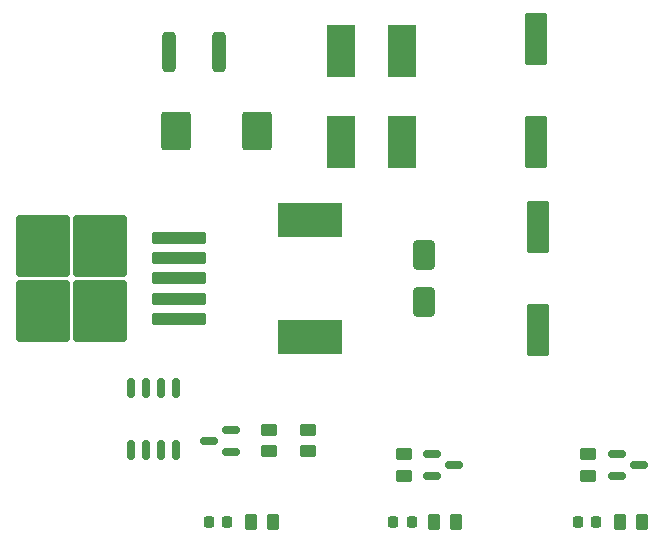
<source format=gbr>
%TF.GenerationSoftware,KiCad,Pcbnew,8.0.0*%
%TF.CreationDate,2024-03-02T01:18:58-06:00*%
%TF.ProjectId,kicad-power-hat,6b696361-642d-4706-9f77-65722d686174,rev?*%
%TF.SameCoordinates,Original*%
%TF.FileFunction,Paste,Top*%
%TF.FilePolarity,Positive*%
%FSLAX46Y46*%
G04 Gerber Fmt 4.6, Leading zero omitted, Abs format (unit mm)*
G04 Created by KiCad (PCBNEW 8.0.0) date 2024-03-02 01:18:58*
%MOMM*%
%LPD*%
G01*
G04 APERTURE LIST*
G04 Aperture macros list*
%AMRoundRect*
0 Rectangle with rounded corners*
0 $1 Rounding radius*
0 $2 $3 $4 $5 $6 $7 $8 $9 X,Y pos of 4 corners*
0 Add a 4 corners polygon primitive as box body*
4,1,4,$2,$3,$4,$5,$6,$7,$8,$9,$2,$3,0*
0 Add four circle primitives for the rounded corners*
1,1,$1+$1,$2,$3*
1,1,$1+$1,$4,$5*
1,1,$1+$1,$6,$7*
1,1,$1+$1,$8,$9*
0 Add four rect primitives between the rounded corners*
20,1,$1+$1,$2,$3,$4,$5,0*
20,1,$1+$1,$4,$5,$6,$7,0*
20,1,$1+$1,$6,$7,$8,$9,0*
20,1,$1+$1,$8,$9,$2,$3,0*%
G04 Aperture macros list end*
%ADD10R,2.400000X4.400000*%
%ADD11RoundRect,0.250000X0.700000X-1.950000X0.700000X1.950000X-0.700000X1.950000X-0.700000X-1.950000X0*%
%ADD12RoundRect,0.150000X0.150000X-0.675000X0.150000X0.675000X-0.150000X0.675000X-0.150000X-0.675000X0*%
%ADD13RoundRect,0.250000X2.050000X0.300000X-2.050000X0.300000X-2.050000X-0.300000X2.050000X-0.300000X0*%
%ADD14RoundRect,0.250000X2.025000X2.375000X-2.025000X2.375000X-2.025000X-2.375000X2.025000X-2.375000X0*%
%ADD15RoundRect,0.250000X-0.262500X-0.450000X0.262500X-0.450000X0.262500X0.450000X-0.262500X0.450000X0*%
%ADD16RoundRect,0.250000X0.450000X-0.262500X0.450000X0.262500X-0.450000X0.262500X-0.450000X-0.262500X0*%
%ADD17RoundRect,0.250000X-0.450000X0.262500X-0.450000X-0.262500X0.450000X-0.262500X0.450000X0.262500X0*%
%ADD18RoundRect,0.150000X-0.587500X-0.150000X0.587500X-0.150000X0.587500X0.150000X-0.587500X0.150000X0*%
%ADD19RoundRect,0.150000X0.587500X0.150000X-0.587500X0.150000X-0.587500X-0.150000X0.587500X-0.150000X0*%
%ADD20R,5.400000X2.900000*%
%ADD21RoundRect,0.250000X-0.312500X-1.450000X0.312500X-1.450000X0.312500X1.450000X-0.312500X1.450000X0*%
%ADD22RoundRect,0.218750X-0.218750X-0.256250X0.218750X-0.256250X0.218750X0.256250X-0.218750X0.256250X0*%
%ADD23RoundRect,0.250000X-0.650000X1.000000X-0.650000X-1.000000X0.650000X-1.000000X0.650000X1.000000X0*%
%ADD24RoundRect,0.250000X-1.000000X1.400000X-1.000000X-1.400000X1.000000X-1.400000X1.000000X1.400000X0*%
G04 APERTURE END LIST*
D10*
%TO.C,D3*%
X125195000Y-109815000D03*
X125195000Y-102115000D03*
X119995000Y-102115000D03*
X119995000Y-109815000D03*
%TD*%
D11*
%TO.C,C1*%
X136525000Y-109815000D03*
X136525000Y-101115000D03*
%TD*%
D12*
%TO.C,U1*%
X102235000Y-130640000D03*
X103505000Y-130640000D03*
X104775000Y-130640000D03*
X106045000Y-130640000D03*
X106045000Y-135890000D03*
X104775000Y-135890000D03*
X103505000Y-135890000D03*
X102235000Y-135890000D03*
%TD*%
D13*
%TO.C,U2*%
X106305000Y-124780000D03*
X106305000Y-123080000D03*
X106305000Y-121380000D03*
D14*
X99580000Y-124155000D03*
X99580000Y-118605000D03*
X94730000Y-124155000D03*
X94730000Y-118605000D03*
D13*
X106305000Y-119680000D03*
X106305000Y-117980000D03*
%TD*%
D15*
%TO.C,R1*%
X112371500Y-141986000D03*
X114196500Y-141986000D03*
%TD*%
%TO.C,R5*%
X127865500Y-141986000D03*
X129690500Y-141986000D03*
%TD*%
D16*
%TO.C,R4*%
X125300500Y-138072500D03*
X125300500Y-136247500D03*
%TD*%
D15*
%TO.C,R7*%
X143613500Y-141986000D03*
X145438500Y-141986000D03*
%TD*%
D16*
%TO.C,R6*%
X140891500Y-138072500D03*
X140891500Y-136247500D03*
%TD*%
D17*
%TO.C,R2*%
X117172500Y-136020500D03*
X117172500Y-134195500D03*
%TD*%
%TO.C,R3*%
X113870500Y-136020500D03*
X113870500Y-134195500D03*
%TD*%
D18*
%TO.C,Q2*%
X129540000Y-137160000D03*
X127665000Y-138110000D03*
X127665000Y-136210000D03*
%TD*%
%TO.C,Q3*%
X143334500Y-136210000D03*
X143334500Y-138110000D03*
X145209500Y-137160000D03*
%TD*%
D19*
%TO.C,Q1*%
X108790500Y-135128000D03*
X110665500Y-134178000D03*
X110665500Y-136078000D03*
%TD*%
D20*
%TO.C,L1*%
X117331666Y-126330000D03*
X117331666Y-116430000D03*
%TD*%
D21*
%TO.C,F1*%
X105410000Y-102235000D03*
X109685000Y-102235000D03*
%TD*%
D22*
%TO.C,D1*%
X108790000Y-141986000D03*
X110365000Y-141986000D03*
%TD*%
%TO.C,D4*%
X124411000Y-141986000D03*
X125986000Y-141986000D03*
%TD*%
%TO.C,D6*%
X140032000Y-141986000D03*
X141607000Y-141986000D03*
%TD*%
D23*
%TO.C,D5*%
X127000000Y-119402500D03*
X127000000Y-123402500D03*
%TD*%
D24*
%TO.C,D2*%
X112845000Y-108915000D03*
X106045000Y-108915000D03*
%TD*%
D11*
%TO.C,C2*%
X136640000Y-125730000D03*
X136640000Y-117030000D03*
%TD*%
M02*

</source>
